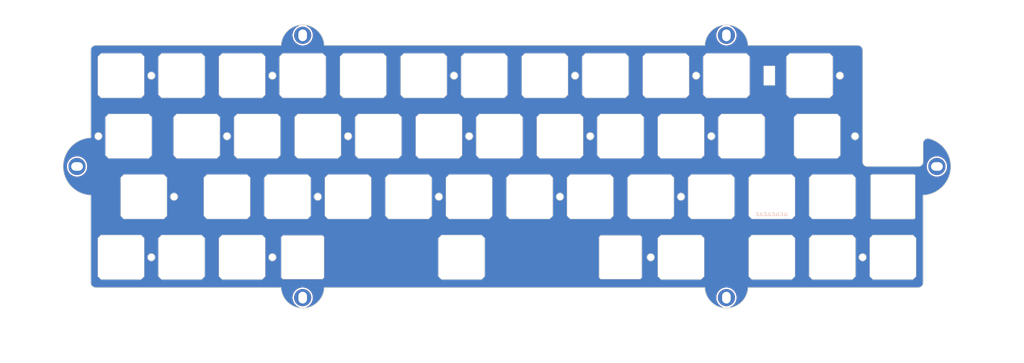
<source format=kicad_pcb>
(kicad_pcb (version 20221018) (generator pcbnew)
  (layers (0 "F.Cu" signal) (31 "B.Cu" signal) (34 "B.Paste" user) (35 "F.Paste" user) (36 "B.SilkS" user "B.Silkscreen") (37 "F.SilkS" user "F.Silkscreen") (38 "B.Mask" user) (39 "F.Mask" user) (44 "Edge.Cuts" user))
  (net 0 "")
  (net 1 "GND")
  (footprint "cipulot_parts:ecs_plate_cut_1U" (layer "F.Cu") (at 243.68125 51.59375)
    (fp_text reference "REF**")
    (fp_text value "Value " hide)
    (fp_line (start -7.3 -6) (end -7.3 6) (stroke (width 0.12)) (layer "Edge.Cuts"))
    (fp_line (start -7.3 6) (end -6.3 7) (stroke (width 0.12)) (layer "Edge.Cuts"))
    (fp_line (start -6.3 -7) (end -7.3 -6) (stroke (width 0.12)) (layer "Edge.Cuts"))
    (fp_line (start -6.3 7) (end 6.3 7) (stroke (width 0.12)) (layer "Edge.Cuts"))
    (fp_line (start 6.3 -7) (end -6.3 -7) (stroke (width 0.12)) (layer "Edge.Cuts"))
    (fp_line (start 6.3 -7) (end 7.3 -6) (stroke (width 0.12)) (layer "Edge.Cuts"))
    (fp_line (start 6.3 7) (end 7.3 6) (stroke (width 0.12)) (layer "Edge.Cuts"))
    (fp_line (start 7.3 6) (end 7.3 -6) (stroke (width 0.12)) (layer "Edge.Cuts"))
  )
  (footprint "" (layer "F.Cu") (at 217.4875 121.44375)
    (fp_text reference "" (at 0 0) (layer "F.SilkS") (effects (font (size 1.27 1.27))))
    (fp_text value "" (at 0 0) (layer "F.SilkS") (effects (font (size 1.27 1.27))))
    (pad "1" thru_hole circle (at 0 0) (size 5.4 5.4) (drill oval 2.7 3.7) (layers "*.Cu" "*.Mask"))
  )
  (footprint "cipulot_parts:ecs_plate_cut_1U" (layer "F.Cu") (at 88.9 70.64375)
    (fp_text reference "REF**")
    (fp_text value "Value " hide)
    (fp_line (start -7.3 -6) (end -7.3 6) (stroke (width 0.12)) (layer "Edge.Cuts"))
    (fp_line (start -7.3 6) (end -6.3 7) (stroke (width 0.12)) (layer "Edge.Cuts"))
    (fp_line (start -6.3 -7) (end -7.3 -6) (stroke (width 0.12)) (layer "Edge.Cuts"))
    (fp_line (start -6.3 7) (end 6.3 7) (stroke (width 0.12)) (layer "Edge.Cuts"))
    (fp_line (start 6.3 -7) (end -6.3 -7) (stroke (width 0.12)) (layer "Edge.Cuts"))
    (fp_line (start 6.3 -7) (end 7.3 -6) (stroke (width 0.12)) (layer "Edge.Cuts"))
    (fp_line (start 6.3 7) (end 7.3 6) (stroke (width 0.12)) (layer "Edge.Cuts"))
    (fp_line (start 7.3 6) (end 7.3 -6) (stroke (width 0.12)) (layer "Edge.Cuts"))
  )
  (footprint "cipulot_parts:ecs_plate_cut_1U" (layer "F.Cu") (at 165.1 70.64375)
    (fp_text reference "REF**")
    (fp_text value "Value " hide)
    (fp_line (start -7.3 -6) (end -7.3 6) (stroke (width 0.12)) (layer "Edge.Cuts"))
    (fp_line (start -7.3 6) (end -6.3 7) (stroke (width 0.12)) (layer "Edge.Cuts"))
    (fp_line (start -6.3 -7) (end -7.3 -6) (stroke (width 0.12)) (layer "Edge.Cuts"))
    (fp_line (start -6.3 7) (end 6.3 7) (stroke (width 0.12)) (layer "Edge.Cuts"))
    (fp_line (start 6.3 -7) (end -6.3 -7) (stroke (width 0.12)) (layer "Edge.Cuts"))
    (fp_line (start 6.3 -7) (end 7.3 -6) (stroke (width 0.12)) (layer "Edge.Cuts"))
    (fp_line (start 6.3 7) (end 7.3 6) (stroke (width 0.12)) (layer "Edge.Cuts"))
    (fp_line (start 7.3 6) (end 7.3 -6) (stroke (width 0.12)) (layer "Edge.Cuts"))
  )
  (footprint "cipulot_parts:ecs_plate_cut_1U" (layer "F.Cu") (at 29.36875 70.64375)
    (fp_text reference "REF**")
    (fp_text value "Value " hide)
    (fp_line (start -7.3 -6) (end -7.3 6) (stroke (width 0.12)) (layer "Edge.Cuts"))
    (fp_line (start -7.3 6) (end -6.3 7) (stroke (width 0.12)) (layer "Edge.Cuts"))
    (fp_line (start -6.3 -7) (end -7.3 -6) (stroke (width 0.12)) (layer "Edge.Cuts"))
    (fp_line (start -6.3 7) (end 6.3 7) (stroke (width 0.12)) (layer "Edge.Cuts"))
    (fp_line (start 6.3 -7) (end -6.3 -7) (stroke (width 0.12)) (layer "Edge.Cuts"))
    (fp_line (start 6.3 -7) (end 7.3 -6) (stroke (width 0.12)) (layer "Edge.Cuts"))
    (fp_line (start 6.3 7) (end 7.3 6) (stroke (width 0.12)) (layer "Edge.Cuts"))
    (fp_line (start 7.3 6) (end 7.3 -6) (stroke (width 0.12)) (layer "Edge.Cuts"))
  )
  (footprint "cipulot_parts:ecs_plate_cut_1U" (layer "F.Cu") (at 46.0375 51.59375)
    (fp_text reference "REF**")
    (fp_text value "Value " hide)
    (fp_line (start -7.3 -6) (end -7.3 6) (stroke (width 0.12)) (layer "Edge.Cuts"))
    (fp_line (start -7.3 6) (end -6.3 7) (stroke (width 0.12)) (layer "Edge.Cuts"))
    (fp_line (start -6.3 -7) (end -7.3 -6) (stroke (width 0.12)) (layer "Edge.Cuts"))
    (fp_line (start -6.3 7) (end 6.3 7) (stroke (width 0.12)) (layer "Edge.Cuts"))
    (fp_line (start 6.3 -7) (end -6.3 -7) (stroke (width 0.12)) (layer "Edge.Cuts"))
    (fp_line (start 6.3 -7) (end 7.3 -6) (stroke (width 0.12)) (layer "Edge.Cuts"))
    (fp_line (start 6.3 7) (end 7.3 6) (stroke (width 0.12)) (layer "Edge.Cuts"))
    (fp_line (start 7.3 6) (end 7.3 -6) (stroke (width 0.12)) (layer "Edge.Cuts"))
  )
  (footprint "" (layer "F.Cu") (at 283.731249 80.168749)
    (fp_text reference "" (at 0 0) (layer "F.SilkS") (effects (font (size 1.27 1.27))))
    (fp_text value "" (at 0 0) (layer "F.SilkS") (effects (font (size 1.27 1.27))))
    (pad "1" thru_hole circle (at 0 0 90) (size 5.4 5.4) (drill oval 2.7 3.7) (layers "*.Cu" "*.Mask"))
  )
  (footprint "cipulot_parts:ecs_plate_cut_1U" (layer "F.Cu") (at 212.725 89.69375)
    (fp_text reference "REF**")
    (fp_text value "Value " hide)
    (fp_line (start -7.3 -6) (end -7.3 6) (stroke (width 0.12)) (layer "Edge.Cuts"))
    (fp_line (start -7.3 6) (end -6.3 7) (stroke (width 0.12)) (layer "Edge.Cuts"))
    (fp_line (start -6.3 -7) (end -7.3 -6) (stroke (width 0.12)) (layer "Edge.Cuts"))
    (fp_line (start -6.3 7) (end 6.3 7) (stroke (width 0.12)) (layer "Edge.Cuts"))
    (fp_line (start 6.3 -7) (end -6.3 -7) (stroke (width 0.12)) (layer "Edge.Cuts"))
    (fp_line (start 6.3 -7) (end 7.3 -6) (stroke (width 0.12)) (layer "Edge.Cuts"))
    (fp_line (start 6.3 7) (end 7.3 6) (stroke (width 0.12)) (layer "Edge.Cuts"))
    (fp_line (start 7.3 6) (end 7.3 -6) (stroke (width 0.12)) (layer "Edge.Cuts"))
  )
  (footprint "cipulot_parts:ecs_plate_cut_1U" (layer "F.Cu") (at 146.05 70.64375)
    (fp_text reference "REF**")
    (fp_text value "Value " hide)
    (fp_line (start -7.3 -6) (end -7.3 6) (stroke (width 0.12)) (layer "Edge.Cuts"))
    (fp_line (start -7.3 6) (end -6.3 7) (stroke (width 0.12)) (layer "Edge.Cuts"))
    (fp_line (start -6.3 -7) (end -7.3 -6) (stroke (width 0.12)) (layer "Edge.Cuts"))
    (fp_line (start -6.3 7) (end 6.3 7) (stroke (width 0.12)) (layer "Edge.Cuts"))
    (fp_line (start 6.3 -7) (end -6.3 -7) (stroke (width 0.12)) (layer "Edge.Cuts"))
    (fp_line (start 6.3 -7) (end 7.3 -6) (stroke (width 0.12)) (layer "Edge.Cuts"))
    (fp_line (start 6.3 7) (end 7.3 6) (stroke (width 0.12)) (layer "Edge.Cuts"))
    (fp_line (start 7.3 6) (end 7.3 -6) (stroke (width 0.12)) (layer "Edge.Cuts"))
  )
  (footprint "cipulot_parts:ecs_plate_cut_1U" (layer "F.Cu") (at 217.4875 51.59375)
    (fp_text reference "REF**")
    (fp_text value "Value " hide)
    (fp_line (start -7.3 -6) (end -7.3 6) (stroke (width 0.12)) (layer "Edge.Cuts"))
    (fp_line (start -7.3 6) (end -6.3 7) (stroke (width 0.12)) (layer "Edge.Cuts"))
    (fp_line (start -6.3 -7) (end -7.3 -6) (stroke (width 0.12)) (layer "Edge.Cuts"))
    (fp_line (start -6.3 7) (end 6.3 7) (stroke (width 0.12)) (layer "Edge.Cuts"))
    (fp_line (start 6.3 -7) (end -6.3 -7) (stroke (width 0.12)) (layer "Edge.Cuts"))
    (fp_line (start 6.3 -7) (end 7.3 -6) (stroke (width 0.12)) (layer "Edge.Cuts"))
    (fp_line (start 6.3 7) (end 7.3 6) (stroke (width 0.12)) (layer "Edge.Cuts"))
    (fp_line (start 7.3 6) (end 7.3 -6) (stroke (width 0.12)) (layer "Edge.Cuts"))
  )
  (footprint "cipulot_parts:ecs_plate_cut_1U" (layer "F.Cu") (at 46.0375 108.74375)
    (fp_text reference "REF**")
    (fp_text value "Value " hide)
    (fp_line (start -7.3 -6) (end -7.3 6) (stroke (width 0.12)) (layer "Edge.Cuts"))
    (fp_line (start -7.3 6) (end -6.3 7) (stroke (width 0.12)) (layer "Edge.Cuts"))
    (fp_line (start -6.3 -7) (end -7.3 -6) (stroke (width 0.12)) (layer "Edge.Cuts"))
    (fp_line (start -6.3 7) (end 6.3 7) (stroke (width 0.12)) (layer "Edge.Cuts"))
    (fp_line (start 6.3 -7) (end -6.3 -7) (stroke (width 0.12)) (layer "Edge.Cuts"))
    (fp_line (start 6.3 -7) (end 7.3 -6) (stroke (width 0.12)) (layer "Edge.Cuts"))
    (fp_line (start 6.3 7) (end 7.3 6) (stroke (width 0.12)) (layer "Edge.Cuts"))
    (fp_line (start 7.3 6) (end 7.3 -6) (stroke (width 0.12)) (layer "Edge.Cuts"))
  )
  (footprint "cipulot_parts:ecs_6.25U_space_stab" (layer "F.Cu") (at 134.14375 108.74375 180)
    (fp_text reference "REF**")
    (fp_text value "Value " hide)
  )
  (footprint "cipulot_parts:ecs_plate_cut_1U" (layer "F.Cu") (at 127 70.64375)
    (fp_text reference "REF**")
    (fp_text value "Value " hide)
    (fp_line (start -7.3 -6) (end -7.3 6) (stroke (width 0.12)) (layer "Edge.Cuts"))
    (fp_line (start -7.3 6) (end -6.3 7) (stroke (width 0.12)) (layer "Edge.Cuts"))
    (fp_line (start -6.3 -7) (end -7.3 -6) (stroke (width 0.12)) (layer "Edge.Cuts"))
    (fp_line (start -6.3 7) (end 6.3 7) (stroke (width 0.12)) (layer "Edge.Cuts"))
    (fp_line (start 6.3 -7) (end -6.3 -7) (stroke (width 0.12)) (layer "Edge.Cuts"))
    (fp_line (start 6.3 -7) (end 7.3 -6) (stroke (width 0.12)) (layer "Edge.Cuts"))
    (fp_line (start 6.3 7) (end 7.3 6) (stroke (width 0.12)) (layer "Edge.Cuts"))
    (fp_line (start 7.3 6) (end 7.3 -6) (stroke (width 0.12)) (layer "Edge.Cuts"))
  )
  (footprint "cipulot_parts:ecs_plate_cut_1U" (layer "F.Cu") (at 174.625 89.69375)
    (fp_text reference "REF**")
    (fp_text value "Value " hide)
    (fp_line (start -7.3 -6) (end -7.3 6) (stroke (width 0.12)) (layer "Edge.Cuts"))
    (fp_line (start -7.3 6) (end -6.3 7) (stroke (width 0.12)) (layer "Edge.Cuts"))
    (fp_line (start -6.3 -7) (end -7.3 -6) (stroke (width 0.12)) (layer "Edge.Cuts"))
    (fp_line (start -6.3 7) (end 6.3 7) (stroke (width 0.12)) (layer "Edge.Cuts"))
    (fp_line (start 6.3 -7) (end -6.3 -7) (stroke (width 0.12)) (layer "Edge.Cuts"))
    (fp_line (start 6.3 -7) (end 7.3 -6) (stroke (width 0.12)) (layer "Edge.Cuts"))
    (fp_line (start 6.3 7) (end 7.3 6) (stroke (width 0.12)) (layer "Edge.Cuts"))
    (fp_line (start 7.3 6) (end 7.3 -6) (stroke (width 0.12)) (layer "Edge.Cuts"))
  )
  (footprint "cipulot_parts:ecs_plate_cut_1U" (layer "F.Cu") (at 231.775 89.69375)
    (fp_text reference "REF**")
    (fp_text value "Value " hide)
    (fp_line (start -7.3 -6) (end -7.3 6) (stroke (width 0.12)) (layer "Edge.Cuts"))
    (fp_line (start -7.3 6) (end -6.3 7) (stroke (width 0.12)) (layer "Edge.Cuts"))
    (fp_line (start -6.3 -7) (end -7.3 -6) (stroke (width 0.12)) (layer "Edge.Cuts"))
    (fp_line (start -6.3 7) (end 6.3 7) (stroke (width 0.12)) (layer "Edge.Cuts"))
    (fp_line (start 6.3 -7) (end -6.3 -7) (stroke (width 0.12)) (layer "Edge.Cuts"))
    (fp_line (start 6.3 -7) (end 7.3 -6) (stroke (width 0.12)) (layer "Edge.Cuts"))
    (fp_line (start 6.3 7) (end 7.3 6) (stroke (width 0.12)) (layer "Edge.Cuts"))
    (fp_line (start 7.3 6) (end 7.3 -6) (stroke (width 0.12)) (layer "Edge.Cuts"))
  )
  (footprint "cipulot_parts:ecs_plate_cut_1U" (layer "F.Cu") (at 203.2 108.74375)
    (fp_text reference "REF**")
    (fp_text value "Value " hide)
    (fp_line (start -7.3 -6) (end -7.3 6) (stroke (width 0.12)) (layer "Edge.Cuts"))
    (fp_line (start -7.3 6) (end -6.3 7) (stroke (width 0.12)) (layer "Edge.Cuts"))
    (fp_line (start -6.3 -7) (end -7.3 -6) (stroke (width 0.12)) (layer "Edge.Cuts"))
    (fp_line (start -6.3 7) (end 6.3 7) (stroke (width 0.12)) (layer "Edge.Cuts"))
    (fp_line (start 6.3 -7) (end -6.3 -7) (stroke (width 0.12)) (layer "Edge.Cuts"))
    (fp_line (start 6.3 -7) (end 7.3 -6) (stroke (width 0.12)) (layer "Edge.Cuts"))
    (fp_line (start 6.3 7) (end 7.3 6) (stroke (width 0.12)) (layer "Edge.Cuts"))
    (fp_line (start 7.3 6) (end 7.3 -6) (stroke (width 0.12)) (layer "Edge.Cuts"))
  )
  (footprint "cipulot_parts:ecs_plate_cut_1U" (layer "F.Cu") (at 26.9875 108.74375)
    (fp_text reference "REF**")
    (fp_text value "Value " hide)
    (fp_line (start -7.3 -6) (end -7.3 6) (stroke (width 0.12)) (layer "Edge.Cuts"))
    (fp_line (start -7.3 6) (end -6.3 7) (stroke (width 0.12)) (layer "Edge.Cuts"))
    (fp_line (start -6.3 -7) (end -7.3 -6) (stroke (width 0.12)) (layer "Edge.Cuts"))
    (fp_line (start -6.3 7) (end 6.3 7) (stroke (width 0.12)) (layer "Edge.Cuts"))
    (fp_line (start 6.3 -7) (end -6.3 -7) (stroke (width 0.12)) (layer "Edge.Cuts"))
    (fp_line (start 6.3 -7) (end 7.3 -6) (stroke (width 0.12)) (layer "Edge.Cuts"))
    (fp_line (start 6.3 7) (end 7.3 6) (stroke (width 0.12)) (layer "Edge.Cuts"))
    (fp_line (start 7.3 6) (end 7.3 -6) (stroke (width 0.12)) (layer "Edge.Cuts"))
  )
  (footprint "" (layer "F.Cu") (at 13.13125 80.16875)
    (fp_text reference "" (at 0 0) (layer "F.SilkS") (effects (font (size 1.27 1.27))))
    (fp_text value "" (at 0 0) (layer "F.SilkS") (effects (font (size 1.27 1.27))))
    (pad "1" thru_hole circle (at 0 0 90) (size 5.4 5.4) (drill oval 2.7 3.7) (layers "*.Cu" "*.Mask"))
  )
  (footprint "cipulot_parts:ecs_plate_cut_1U" (layer "F.Cu") (at 250.825 108.74375)
    (fp_text reference "REF**")
    (fp_text value "Value " hide)
    (fp_line (start -7.3 -6) (end -7.3 6) (stroke (width 0.12)) (layer "Edge.Cuts"))
    (fp_line (start -7.3 6) (end -6.3 7) (stroke (width 0.12)) (layer "Edge.Cuts"))
    (fp_line (start -6.3 -7) (end -7.3 -6) (stroke (width 0.12)) (layer "Edge.Cuts"))
    (fp_line (start -6.3 7) (end 6.3 7) (stroke (width 0.12)) (layer "Edge.Cuts"))
    (fp_line (start 6.3 -7) (end -6.3 -7) (stroke (width 0.12)) (layer "Edge.Cuts"))
    (fp_line (start 6.3 -7) (end 7.3 -6) (stroke (width 0.12)) (layer "Edge.Cuts"))
    (fp_line (start 6.3 7) (end 7.3 6) (stroke (width 0.12)) (layer "Edge.Cuts"))
    (fp_line (start 7.3 6) (end 7.3 -6) (stroke (width 0.12)) (layer "Edge.Cuts"))
  )
  (footprint "cipulot_parts:ecs_plate_cut_1U" (layer "F.Cu") (at 193.675 89.69375)
    (fp_text reference "REF**")
    (fp_text value "Value " hide)
    (fp_line (start -7.3 -6) (end -7.3 6) (stroke (width 0.12)) (layer "Edge.Cuts"))
    (fp_line (start -7.3 6) (end -6.3 7) (stroke (width 0.12)) (layer "Edge.Cuts"))
    (fp_line (start -6.3 -7) (end -7.3 -6) (stroke (width 0.12)) (layer "Edge.Cuts"))
    (fp_line (start -6.3 7) (end 6.3 7) (stroke (width 0.12)) (layer "Edge.Cuts"))
    (fp_line (start 6.3 -7) (end -6.3 -7) (stroke (width 0.12)) (layer "Edge.Cuts"))
    (fp_line (start 6.3 -7) (end 7.3 -6) (stroke (width 0.12)) (layer "Edge.Cuts"))
    (fp_line (start 6.3 7) (end 7.3 6) (stroke (width 0.12)) (layer "Edge.Cuts"))
    (fp_line (start 7.3 6) (end 7.3 -6) (stroke (width 0.12)) (layer "Edge.Cuts"))
  )
  (footprint "cipulot_parts:ecs_plate_cut_1U" (layer "F.Cu") (at 65.0875 51.59375)
    (fp_text reference "REF**")
    (fp_text value "Value " hide)
    (fp_line (start -7.3 -6) (end -7.3 6) (stroke (width 0.12)) (layer "Edge.Cuts"))
    (fp_line (start -7.3 6) (end -6.3 7) (stroke (width 0.12)) (layer "Edge.Cuts"))
    (fp_line (start -6.3 -7) (end -7.3 -6) (stroke (width 0.12)) (layer "Edge.Cuts"))
    (fp_line (start -6.3 7) (end 6.3 7) (stroke (width 0.12)) (layer "Edge.Cuts"))
    (fp_line (start 6.3 -7) (end -6.3 -7) (stroke (width 0.12)) (layer "Edge.Cuts"))
    (fp_line (start 6.3 -7) (end 7.3 -6) (stroke (width 0.12)) (layer "Edge.Cuts"))
    (fp_line (start 6.3 7) (end 7.3 6) (stroke (width 0.12)) (layer "Edge.Cuts"))
    (fp_line (start 7.3 6) (end 7.3 -6) (stroke (width 0.12)) (layer "Edge.Cuts"))
  )
  (footprint "cipulot_parts:ecs_plate_cut_1U" (layer "F.Cu") (at 179.3875 51.59375)
    (fp_text reference "REF**")
    (fp_text value "Value " hide)
    (fp_line (start -7.3 -6) (end -7.3 6) (stroke (width 0.12)) (layer "Edge.Cuts"))
    (fp_line (start -7.3 6) (end -6.3 7) (stroke (width 0.12)) (layer "Edge.Cuts"))
    (fp_line (start -6.3 -7) (end -7.3 -6) (stroke (width 0.12)) (layer "Edge.Cuts"))
    (fp_line (start -6.3 7) (end 6.3 7) (stroke (width 0.12)) (layer "Edge.Cuts"))
    (fp_line (start 6.3 -7) (end -6.3 -7) (stroke (width 0.12)) (layer "Edge.Cuts"))
    (fp_line (start 6.3 -7) (end 7.3 -6) (stroke (width 0.12)) (layer "Edge.Cuts"))
    (fp_line (start 6.3 7) (end 7.3 6) (stroke (width 0.12)) (layer "Edge.Cuts"))
    (fp_line (start 7.3 6) (end 7.3 -6) (stroke (width 0.12)) (layer "Edge.Cuts"))
  )
  (footprint "cipulot_parts:ecs_plate_cut_1U" (layer "F.Cu") (at 222.25 70.64375)
    (fp_text reference "REF**")
    (fp_text value "Value " hide)
    (fp_line (start -7.3 -6) (end -7.3 6) (stroke (width 0.12)) (layer "Edge.Cuts"))
    (fp_line (start -7.3 6) (end -6.3 7) (stroke (width 0.12)) (layer "Edge.Cuts"))
    (fp_line (start -6.3 -7) (end -7.3 -6) (stroke (width 0.12)) (layer "Edge.Cuts"))
    (fp_line (start -6.3 7) (end 6.3 7) (stroke (width 0.12)) (layer "Edge.Cuts"))
    (fp_line (start 6.3 -7) (end -6.3 -7) (stroke (width 0.12)) (layer "Edge.Cuts"))
    (fp_line (start 6.3 -7) (end 7.3 -6) (stroke (width 0.12)) (layer "Edge.Cuts"))
    (fp_line (start 6.3 7) (end 7.3 6) (stroke (width 0.12)) (layer "Edge.Cuts"))
    (fp_line (start 7.3 6) (end 7.3 -6) (stroke (width 0.12)) (layer "Edge.Cuts"))
  )
  (footprint "cipulot_parts:ecs_plate_cut_1U" (layer "F.Cu") (at 34.13125 89.69375)
    (fp_text reference "REF**")
    (fp_text value "Value " hide)
    (fp_line (start -7.3 -6) (end -7.3 6) (stroke (width 0.12)) (layer "Edge.Cuts"))
    (fp_line (start -7.3 6) (end -6.3 7) (stroke (width 0.12)) (layer "Edge.Cuts"))
    (fp_line (start -6.3 -7) (end -7.3 -6) (stroke (width 0.12)) (layer "Edge.Cuts"))
    (fp_line (start -6.3 7) (end 6.3 7) (stroke (width 0.12)) (layer "Edge.Cuts"))
    (fp_line (start 6.3 -7) (end -6.3 -7) (stroke (width 0.12)) (layer "Edge.Cuts"))
    (fp_line (start 6.3 -7) (end 7.3 -6) (stroke (width 0.12)) (layer "Edge.Cuts"))
    (fp_line (start 6.3 7) (end 7.3 6) (stroke (width 0.12)) (layer "Edge.Cuts"))
    (fp_line (start 7.3 6) (end 7.3 -6) (stroke (width 0.12)) (layer "Edge.Cuts"))
  )
  (footprint "cipulot_parts:ecs_plate_cut_1U" (layer "F.Cu") (at 198.4375 51.59375)
    (fp_text reference "REF**")
    (fp_text value "Value " hide)
    (fp_line (start -7.3 -6) (end -7.3 6) (stroke (width 0.12)) (layer "Edge.Cuts"))
    (fp_line (start -7.3 6) (end -6.3 7) (stroke (width 0.12)) (layer "Edge.Cuts"))
    (fp_line (start -6.3 -7) (end -7.3 -6) (stroke (width 0.12)) (layer "Edge.Cuts"))
    (fp_line (start -6.3 7) (end 6.3 7) (stroke (width 0.12)) (layer "Edge.Cuts"))
    (fp_line (start 6.3 -7) (end -6.3 -7) (stroke (width 0.12)) (layer "Edge.Cuts"))
    (fp_line (start 6.3 -7) (end 7.3 -6) (stroke (width 0.12)) (layer "Edge.Cuts"))
    (fp_line (start 6.3 7) (end 7.3 6) (stroke (width 0.12)) (layer "Edge.Cuts"))
    (fp_line (start 7.3 6) (end 7.3 -6) (stroke (width 0.12)) (layer "Edge.Cuts"))
  )
  (footprint "" (layer "F.Cu") (at 84.137499 121.44375)
    (fp_text reference "" (at 0 0) (layer "F.SilkS") (effects (font (size 1.27 1.27))))
    (fp_text value "" (at 0 0) (layer "F.SilkS") (effects (font (size 1.27 1.27))))
    (pad "1" thru_hole circle (at 0 0) (size 5.4 5.4) (drill oval 2.7 3.7) (layers "*.Cu" "*.Mask"))
  )
  (footprint "cipulot_parts:ecs_plate_cut_1U" (layer "F.Cu") (at 26.9875 51.59375)
    (fp_text reference "REF**")
    (fp_text value "Value " hide)
    (fp_line (start -7.3 -6) (end -7.3 6) (stroke (width 0.12)) (layer "Edge.Cuts"))
    (fp_line (start -7.3 6) (end -6.3 7) (stroke (width 0.12)) (layer "Edge.Cuts"))
    (fp_line (start -6.3 -7) (end -7.3 -6) (stroke (width 0.12)) (layer "Edge.Cuts"))
    (fp_line (start -6.3 7) (end 6.3 7) (stroke (width 0.12)) (layer "Edge.Cuts"))
    (fp_line (start 6.3 -7) (end -6.3 -7) (stroke (width 0.12)) (layer "Edge.Cuts"))
    (fp_line (start 6.3 -7) (end 7.3 -6) (stroke (width 0.12)) (layer "Edge.Cuts"))
    (fp_line (start 6.3 7) (end 7.3 6) (stroke (width 0.12)) (layer "Edge.Cuts"))
    (fp_line (start 7.3 6) (end 7.3 -6) (stroke (width 0.12)) (layer "Edge.Cuts"))
  )
  (footprint "cipulot_parts:ecs_plate_cut_6.25U_space_stab" (layer "F.Cu") (at 134.14375 108.74375)
    (fp_text reference "REF**")
    (fp_text value "Value " hide)
    (fp_line (start -56.7375 -6.3635) (end -56.7375 6.3635) (stroke (width 0.12)) (layer "Edge.Cuts"))
    (fp_line (start -56.7375 6.3635) (end -56.2305 6.8705) (stroke (width 0.12)) (layer "Edge.Cuts"))
    (fp_line (start -56.2305 -6.8705) (end -56.7375 -6.3635) (stroke (width 0.12)) (layer "Edge.Cuts"))
    (fp_line (start -56.2305 6.8705) (end -43.7825 6.8705) (stroke (width 0.12)) (layer "Edge.Cuts"))
    (fp_line (start -43.7825 -6.8705) (end -56.2305 -6.8705) (stroke (width 0.12)) (layer "Edge.Cuts"))
    (fp_line (start -43.7825 6.8705) (end -43.2755 6.3635) (stroke (width 0.12)) (layer "Edge.Cuts"))
    (fp_line (start -43.2755 -6.3635) (end -43.7825 -6.8705) (stroke (width 0.12)) (layer "Edge.Cuts"))
    (fp_line (start -43.2755 6.3635) (end -43.2755 -6.3635) (stroke (width 0.12)) (layer "Edge.Cuts"))
    (fp_line (start 43.2755 -6.3635) (end 43.2755 6.3635) (stroke (width 0.12)) (layer "Edge.Cuts"))
    (fp_line (start 43.2755 -6.3635) (end 43.7755 -6.8705) (stroke (width 0.12)) (layer "Edge.Cuts"))
    (fp_line (start 43.2755 6.3635) (end 43.7825 6.8705) (stroke (width 0.12)) (layer "Edge.Cuts"))
    (fp_line (start 43.7755 -6.8705) (end 56.2375 -6.8705) (stroke (width 0.12)) (layer "Edge.Cuts"))
    (fp_line (start 43.7825 6.8705) (end 56.2305 6.8705) (stroke (width 0.12)) (layer "Edge.Cuts"))
    (fp_line (start 56.2305 6.8705) (end 56.7375 6.3635) (stroke (width 0.12)) (layer "Edge.Cuts"))
    (fp_line (start 56.2375 -6.8705) (end 56.7375 -6.3635) (stroke (width 0.12)) (layer "Edge.Cuts"))
    (fp_line (start 56.7375 6.3635) (end 56.7375 -6.3635) (stroke (width 0.12)) (layer "Edge.Cuts"))
  )
  (footprint "cipulot_parts:ecs_plate_cut_1U" (layer "F.Cu") (at 50.8 70.64375)
    (fp_text reference "REF**")
    (fp_text value "Value " hide)
    (fp_line (start -7.3 -6) (end -7.3 6) (stroke (width 0.12)) (layer "Edge.Cuts"))
    (fp_line (start -7.3 6) (end -6.3 7) (stroke (width 0.12)) (layer "Edge.Cuts"))
    (fp_line (start -6.3 -7) (end -7.3 -6) (stroke (width 0.12)) (layer "Edge.Cuts"))
    (fp_line (start -6.3 7) (end 6.3 7) (stroke (width 0.12)) (layer "Edge.Cuts"))
    (fp_line (start 6.3 -7) (end -6.3 -7) (stroke (width 0.12)) (layer "Edge.Cuts"))
    (fp_line (start 6.3 -7) (end 7.3 -6) (stroke (width 0.12)) (layer "Edge.Cuts"))
    (fp_line (start 6.3 7) (end 7.3 6) (stroke (width 0.12)) (layer "Edge.Cuts"))
    (fp_line (start 7.3 6) (end 7.3 -6) (stroke (width 0.12)) (layer "Edge.Cuts"))
  )
  (footprint "cipulot_parts:ecs_plate_cut_1U" (layer "F.Cu") (at 134.14375 108.74375)
    (fp_text reference "REF**")
    (fp_text value "Value " hide)
    (fp_line (start -7.3 -6) (end -7.3 6) (stroke (width 0.12)) (layer "Edge.Cuts"))
    (fp_line (start -7.3 6) (end -6.3 7) (stroke (width 0.12)) (layer "Edge.Cuts"))
    (fp_line (start -6.3 -7) (end -7.3 -6) (stroke (width 0.12)) (layer "Edge.Cuts"))
    (fp_line (start -6.3 7) (end 6.3 7) (stroke (width 0.12)) (layer "Edge.Cuts"))
    (fp_line (start 6.3 -7) (end -6.3 -7) (stroke (width 0.12)) (layer "Edge.Cuts"))
    (fp_line (start 6.3 -7) (end 7.3 -6) (stroke (width 0.12)) (layer "Edge.Cuts"))
    (fp_line (start 6.3 7) (end 7.3 6) (stroke (width 0.12)) (layer "Edge.Cuts"))
    (fp_line (start 7.3 6) (end 7.3 -6) (stroke (width 0.12)) (layer "Edge.Cuts"))
  )
  (footprint "cipulot_parts:ecs_plate_cut_1U" (layer "F.Cu") (at 269.875 108.74375)
    (fp_text reference "REF**")
    (fp_text value "Value " hide)
    (fp_line (start -7.3 -6) (end -7.3 6) (stroke (width 0.12)) (layer "Edge.Cuts"))
    (fp_line (start -7.3 6) (end -6.3 7) (stroke (width 0.12)) (layer "Edge.Cuts"))
    (fp_line (start -6.3 -7) (end -7.3 -6) (stroke (width 0.12)) (layer "Edge.Cuts"))
    (fp_line (start -6.3 7) (end 6.3 7) (stroke (width 0.12)) (layer "Edge.Cuts"))
    (fp_line (start 6.3 -7) (end -6.3 -7) (stroke (width 0.12)) (layer "Edge.Cuts"))
    (fp_line (start 6.3 -7) (end 7.3 -6) (stroke (width 0.12)) (layer "Edge.Cuts"))
    (fp_line (start 6.3 7) (end 7.3 6) (stroke (width 0.12)) (layer "Edge.Cuts"))
    (fp_line (start 7.3 6) (end 7.3 -6) (stroke (width 0.12)) (layer "Edge.Cuts"))
  )
  (footprint "" (layer "F.Cu") (at 217.4875 38.893751)
    (fp_text reference "" (at 0 0) (layer "F.SilkS") (effects (font (size 1.27 1.27))))
    (fp_text value "" (at 0 0) (layer "F.SilkS") (effects (font (size 1.27 1.27))))
    (pad "1" thru_hole circle (at 0 0) (size 5.4 5.4) (drill oval 2.7 3.7) (layers "*.Cu" "*.Mask"))
  )
  (footprint "cipulot_parts:ecs_plate_cut_1U" (layer "F.Cu") (at 250.825 89.69375)
    (fp_text reference "REF**")
    (fp_text value "Value " hide)
    (fp_line (start -7.3 -6) (end -7.3 6) (stroke (width 0.12)) (layer "Edge.Cuts"))
    (fp_line (start -7.3 6) (end -6.3 7) (stroke (width 0.12)) (layer "Edge.Cuts"))
    (fp_line (start -6.3 -7) (end -7.3 -6) (stroke (width 0.12)) (layer "Edge.Cuts"))
    (fp_line (start -6.3 7) (end 6.3 7) (stroke (width 0.12)) (layer "Edge.Cuts"))
    (fp_line (start 6.3 -7) (end -6.3 -7) (stroke (width 0.12)) (layer "Edge.Cuts"))
    (fp_line (start 6.3 -7) (end 7.3 -6) (stroke (width 0.12)) (layer "Edge.Cuts"))
    (fp_line (start 6.3 7) (end 7.3 6) (stroke (width 0.12)) (layer "Edge.Cuts"))
    (fp_line (start 7.3 6) (end 7.3 -6) (stroke (width 0.12)) (layer "Edge.Cuts"))
  )
  (footprint "cipulot_parts:ecs_plate_cut_1U" (layer "F.Cu") (at 65.0875 108.74375)
    (fp_text reference "REF**")
    (fp_text value "Value " hide)
    (fp_line (start -7.3 -6) (end -7.3 6) (stroke (width 0.12)) (layer "Edge.Cuts"))
    (fp_line (start -7.3 6) (end -6.3 7) (stroke (width 0.12)) (layer "Edge.Cuts"))
    (fp_line (start -6.3 -7) (end -7.3 -6) (stroke (width 0.12)) (layer "Edge.Cuts"))
    (fp_line (start -6.3 7) (end 6.3 7) (stroke (width 0.12)) (layer "Edge.Cuts"))
    (fp_line (start 6.3 -7) (end -6.3 -7) (stroke (width 0.12)) (layer "Edge.Cuts"))
    (fp_line (start 6.3 -7) (end 7.3 -6) (stroke (width 0.12)) (layer "Edge.Cuts"))
    (fp_line (start 6.3 7) (end 7.3 6) (stroke (width 0.12)) (layer "Edge.Cuts"))
    (fp_line (start 7.3 6) (end 7.3 -6) (stroke (width 0.12)) (layer "Edge.Cuts"))
  )
  (footprint "cipulot_parts:ecs_plate_cut_1U" (layer "F.Cu") (at 69.85 70.64375)
    (fp_text reference "REF**")
    (fp_text value "Value " hide)
    (fp_line (start -7.3 -6) (end -7.3 6) (stroke (width 0.12)) (layer "Edge.Cuts"))
    (fp_line (start -7.3 6) (end -6.3 7) (stroke (width 0.12)) (layer "Edge.Cuts"))
    (fp_line (start -6.3 -7) (end -7.3 -6) (stroke (width 0.12)) (layer "Edge.Cuts"))
    (fp_line (start -6.3 7) (end 6.3 7) (stroke (width 0.12)) (layer "Edge.Cuts"))
    (fp_line (start 6.3 -7) (end -6.3 -7) (stroke (width 0.12)) (layer "Edge.Cuts"))
    (fp_line (start 6.3 -7) (end 7.3 -6) (stroke (width 0.12)) (layer "Edge.Cuts"))
    (fp_line (start 6.3 7) (end 7.3 6) (stroke (width 0.12)) (layer "Edge.Cuts"))
    (fp_line (start 7.3 6) (end 7.3 -6) (stroke (width 0.12)) (layer "Edge.Cuts"))
  )
  (footprint "cipulot_parts:ecs_plate_cut_1U" (layer "F.Cu") (at 160.3375 51.59375)
    (fp_text reference "REF**")
    (fp_text value "Value " hide)
    (fp_line (start -7.3 -6) (end -7.3 6) (stroke (width 0.12)) (layer "Edge.Cuts"))
    (fp_line (start -7.3 6) (end -6.3 7) (stroke (width 0.12)) (layer "Edge.Cuts"))
    (fp_line (start -6.3 -7) (end -7.3 -6) (stroke (width 0.12)) (layer "Edge.Cuts"))
    (fp_line (start -6.3 7) (end 6.3 7) (stroke (width 0.12)) (layer "Edge.Cuts"))
    (fp_line (start 6.3 -7) (end -6.3 -7) (stroke (width 0.12)) (layer "Edge.Cuts"))
    (fp_line (start 6.3 -7) (end 7.3 -6) (stroke (width 0.12)) (layer "Edge.Cuts"))
    (fp_line (start 6.3 7) (end 7.3 6) (stroke (width 0.12)) (layer "Edge.Cuts"))
    (fp_line (start 7.3 6) (end 7.3 -6) (stroke (width 0.12)) (layer "Edge.Cuts"))
  )
  (footprint "" (layer "F.Cu") (at 84.137499 38.89375)
    (fp_text reference "" (at 0 0) (layer "F.SilkS") (effects (font (size 1.27 1.27))))
    (fp_text value "" (at 0 0) (layer "F.SilkS") (effects (font (size 1.27 1.27))))
    (pad "1" thru_hole circle (at 0 0) (size 5.4 5.4) (drill oval 2.7 3.7) (layers "*.Cu" "*.Mask"))
  )
  (footprint "cipulot_parts:ecs_plate_cut_1U" (layer "F.Cu") (at 155.575 89.69375)
    (fp_text reference "REF**")
    (fp_text value "Value " hide)
    (fp_line (start -7.3 -6) (end -7.3 6) (stroke (width 0.12)) (layer "Edge.Cuts"))
    (fp_line (start -7.3 6) (end -6.3 7) (stroke (width 0.12)) (layer "Edge.Cuts"))
    (fp_line (start -6.3 -7) (end -7.3 -6) (stroke (width 0.12)) (layer "Edge.Cuts"))
    (fp_line (start -6.3 7) (end 6.3 7) (stroke (width 0.12)) (layer "Edge.Cuts"))
    (fp_line (start 6.3 -7) (end -6.3 -7) (stroke (width 0.12)) (layer "Edge.Cuts"))
    (fp_line (start 6.3 -7) (end 7.3 -6) (stroke (width 0.12)) (layer "Edge.Cuts"))
    (fp_line (start 6.3 7) (end 7.3 6) (stroke (width 0.12)) (layer "Edge.Cuts"))
    (fp_line (start 7.3 6) (end 7.3 -6) (stroke (width 0.12)) (layer "Edge.Cuts"))
  )
  (footprint "cipulot_parts:ecs_plate_cut_1U" (layer "F.Cu") (at 141.2875 51.59375)
    (fp_text reference "REF**")
    (fp_text value "Value " hide)
    (fp_line (start -7.3 -6) (end -7.3 6) (stroke (width 0.12)) (layer "Edge.Cuts"))
    (fp_line (start -7.3 6) (end -6.3 7) (stroke (width 0.12)) (layer "Edge.Cuts"))
    (fp_line (start -6.3 -7) (end -7.3 -6) (stroke (width 0.12)) (layer "Edge.Cuts"))
    (fp_line (start -6.3 7) (end 6.3 7) (stroke (width 0.12)) (layer "Edge.Cuts"))
    (fp_line (start 6.3 -7) (end -6.3 -7) (stroke (width 0.12)) (layer "Edge.Cuts"))
    (fp_line (start 6.3 -7) (end 7.3 -6) (stroke (width 0.12)) (layer "Edge.Cuts"))
    (fp_line (start 6.3 7) (end 7.3 6) (stroke (width 0.12)) (layer "Edge.Cuts"))
    (fp_line (start 7.3 6) (end 7.3 -6) (stroke (width 0.12)) (layer "Edge.Cuts"))
  )
  (footprint "cipulot_parts:ecs_plate_cut_1U" (layer "F.Cu") (at 246.0625 70.64375)
    (fp_text reference "REF**")
    (fp_text value "Value " hide)
    (fp_line (start -7.3 -6) (end -7.3 6) (stroke (width 0.12)) (layer "Edge.Cuts"))
    (fp_line (start -7.3 6) (end -6.3 7) (stroke (width 0.12)) (layer "Edge.Cuts"))
    (fp_line (start -6.3 -7) (end -7.3 -6) (stroke (width 0.12)) (layer "Edge.Cuts"))
    (fp_line (start -6.3 7) (end 6.3 7) (stroke (width 0.12)) (layer "Edge.Cuts"))
    (fp_line (start 6.3 -7) (end -6.3 -7) (stroke (width 0.12)) (layer "Edge.Cuts"))
    (fp_line (start 6.3 -7) (end 7.3 -6) (stroke (width 0.12)) (layer "Edge.Cuts"))
    (fp_line (start 6.3 7) (end 7.3 6) (stroke (width 0.12)) (layer "Edge.Cuts"))
    (fp_line (start 7.3 6) (end 7.3 -6) (stroke (width 0.12)) (layer "Edge.Cuts"))
  )
  (footprint "cipulot_parts:ecs_plate_cut_1U" (layer "F.Cu") (at 107.95 70.64375)
    (fp_text reference "REF**")
    (fp_text value "Value " hide)
    (fp_line (start -7.3 -6) (end -7.3 6) (stroke (width 0.12)) (layer "Edge.Cuts"))
    (fp_line (start -7.3 6) (end -6.3 7) (stroke (width 0.12)) (layer "Edge.Cuts"))
    (fp_line (start -6.3 -7) (end -7.3 -6) (stroke (width 0.12)) (layer "Edge.Cuts"))
    (fp_line (start -6.3 7) (end 6.3 7) (stroke (width 0.12)) (layer "Edge.Cuts"))
    (fp_line (start 6.3 -7) (end -6.3 -7) (stroke (width 0.12)) (layer "Edge.Cuts"))
    (fp_line (start 6.3 -7) (end 7.3 -6) (stroke (width 0.12)) (layer "Edge.Cuts"))
    (fp_line (start 6.3 7) (end 7.3 6) (stroke (width 0.12)) (layer "Edge.Cuts"))
    (fp_line (start 7.3 6) (end 7.3 -6) (stroke (width 0.12)) (layer "Edge.Cuts"))
  )
  (footprint "cipulot_parts:ecs_plate_cut_1U" (layer "F.Cu") (at 117.475 89.69375)
    (fp_text reference "REF**")
    (fp_text value "Value " hide)
    (fp_line (start -7.3 -6) (end -7.3 6) (stroke (width 0.12)) (layer "Edge.Cuts"))
    (fp_line (start -7.3 6) (end -6.3 7) (stroke (width 0.12)) (layer "Edge.Cuts"))
    (fp_line (start -6.3 -7) (end -7.3 -6) (stroke (width 0.12)) (layer "Edge.Cuts"))
    (fp_line (start -6.3 7) (end 6.3 7) (stroke (width 0.12)) (layer "Edge.Cuts"))
    (fp_line (start 6.3 -7) (end -6.3 -7) (stroke (width 0.12)) (layer "Edge.Cuts"))
    (fp_line (start 6.3 -7) (end 7.3 -6) (stroke (width 0.12)) (layer "Edge.Cuts"))
    (fp_line (start 6.3 7) (end 7.3 6) (stroke (width 0.12)) (layer "Edge.Cuts"))
    (fp_line (start 7.3 6) (end 7.3 -6) (stroke (width 0.12)) (layer "Edge.Cuts"))
  )
  (footprint "cipulot_parts:ecs_plate_cut_1U" (layer "F.Cu") (at 122.2375 51.59375)
    (fp_text reference "REF**")
    (fp_text value "Value " hide)
    (fp_line (start -7.3 -6) (end -7.3 6) (stroke (width 0.12)) (layer "Edge.Cuts"))
    (fp_line (start -7.3 6) (end -6.3 7) (stroke (width 0.12)) (layer "Edge.Cuts"))
    (fp_line (start -6.3 -7) (end -7.3 -6) (stroke (width 0.12)) (layer "Edge.Cuts"))
    (fp_line (start -6.3 7) (end 6.3 7) (stroke (width 0.12)) (layer "Edge.Cuts"))
    (fp_line (start 6.3 -7) (end -6.3 -7) (stroke (width 0.12)) (layer "Edge.Cuts"))
    (fp_line (start 6.3 -7) (end 7.3 -6) (stroke (width 0.12)) (layer "Edge.Cuts"))
    (fp_line (start 6.3 7) (end 7.3 6) (stroke (width 0.12)) (layer "Edge.Cuts"))
    (fp_line (start 7.3 6) (end 7.3 -6) (stroke (width 0.12)) (layer "Edge.Cuts"))
  )
  (footprint "cipulot_parts:ecs_plate_cut_1U" (layer "F.Cu") (at 98.425 89.69375)
    (fp_text reference "REF**")
    (fp_text value "Value " hide)
    (fp_line (start -7.3 -6) (end -7.3 6) (stroke (width 0.12)) (layer "Edge.Cuts"))
    (fp_line (start -7.3 6) (end -6.3 7) (stroke (width 0.12)) (layer "Edge.Cuts"))
    (fp_line (start -6.3 -7) (end -7.3 -6) (stroke (width 0.12)) (layer "Edge.Cuts"))
    (fp_line (start -6.3 7) (end 6.3 7) (stroke (width 0.12)) (layer "Edge.Cuts"))
    (fp_line (start 6.3 -7) (end -6.3 -7) (stroke (width 0.12)) (layer "Edge.Cuts"))
    (fp_line (start 6.3 -7) (end 7.3 -6) (stroke (width 0.12)) (layer "Edge.Cuts"))
    (fp_line (start 6.3 7) (end 7.3 6) (stroke (width 0.12)) (layer "Edge.Cuts"))
    (fp_line (start 7.3 6) (end 7.3 -6) (stroke (width 0.12)) (layer "Edge.Cuts"))
  )
  (footprint "cipulot_parts:ecs_plate_cut_1U" (layer "F.Cu") (at 79.375 89.69375)
    (fp_text reference "REF**")
    (fp_text value "Value " hide)
    (fp_line (start -7.3 -6) (end -7.3 6) (stroke (width 0.12)) (layer "Edge.Cuts"))
    (fp_line (start -7.3 6) (end -6.3 7) (stroke (width 0.12)) (layer "Edge.Cuts"))
    (fp_line (start -6.3 -7) (end -7.3 -6) (stroke (width 0.12)) (layer "Edge.Cuts"))
    (fp_line (start -6.3 7) (end 6.3 7) (stroke (width 0.12)) (layer "Edge.Cuts"))
    (fp_line (start 6.3 -7) (end -6.3 -7) (stroke (width 0.12)) (layer "Edge.Cuts"))
    (fp_line (start 6.3 -7) (end 7.3 -6) (stroke (width 0.12)) (layer "Edge.Cuts"))
    (fp_line (start 6.3 7) (end 7.3 6) (stroke (width 0.12)) (layer "Edge.Cuts"))
    (fp_line (start 7.3 6) (end 7.3 -6) (stroke (width 0.12)) (layer "Edge.Cuts"))
  )
  (footprint "cipulot_parts:ecs_plate_cut_1U" (layer "F.Cu") (at 60.325 89.69375)
    (fp_text reference "REF**")
    (fp_text value "Value " hide)
    (fp_line (start -7.3 -6) (end -7.3 6) (stroke (width 0.12)) (layer "Edge.Cuts"))
    (fp_line (start -7.3 6) (end -6.3 7) (stroke (width 0.12)) (layer "Edge.Cuts"))
    (fp_line (start -6.3 -7) (end -7.3 -6) (stroke (width 0.12)) (layer "Edge.Cuts"))
    (fp_line (start -6.3 7) (end 6.3 7) (stroke (width 0.12)) (layer "Edge.Cuts"))
    (fp_line (start 6.3 -7) (end -6.3 -7) (stroke (width 0.12)) (layer "Edge.Cuts"))
    (fp_line (start 6.3 -7) (end 7.3 -6) (stroke (width 0.12)) (layer "Edge.Cuts"))
    (fp_line (start 6.3 7) (end 7.3 6) (stroke (width 0.12)) (layer "Edge.Cuts"))
    (fp_line (start 7.3 6) (end 7.3 -6) (stroke (width 0.12)) (layer "Edge.Cuts"))
  )
  (footprint "cipulot_parts:ecs_plate_cut_1U" (layer "F.Cu") (at 84.1375 51.59375)
    (fp_text reference "REF**")
    (fp_text value "Value " hide)
    (fp_line (start -7.3 -6) (end -7.3 6) (stroke (width 0.12)) (layer "Edge.Cuts"))
    (fp_line (start -7.3 6) (end -6.3 7) (stroke (width 0.12)) (layer "Edge.Cuts"))
    (fp_line (start -6.3 -7) (end -7.3 -6) (stroke (width 0.12)) (layer "Edge.Cuts"))
    (fp_line (start -6.3 7) (end 6.3 7) (stroke (width 0.12)) (layer "Edge.Cuts"))
    (fp_line (start 6.3 -7) (end -6.3 -7) (stroke (width 0.12)) (layer "Edge.Cuts"))
    (fp_line (start 6.3 -7) (end 7.3 -6) (stroke (width 0.12)) (layer "Edge.Cuts"))
    (fp_line (start 6.3 7) (end 7.3 6) (stroke (width 0.12)) (layer "Edge.Cuts"))
    (fp_line (start 7.3 6) (end 7.3 -6) (stroke (width 0.12)) (layer "Edge.Cuts"))
  )
  (footprint "cipulot_parts:ecs_plate_cut_1U" (layer "F.Cu") (at 203.2 70.64375)
    (fp_text reference "REF**")
    (fp_text value "Value " hide)
    (fp_line (start -7.3 -6) (end -7.3 6) (stroke (width 0.12)) (layer "Edge.Cuts"))
    (fp_line (start -7.3 6) (end -6.3 7) (stroke (width 0.12)) (layer "Edge.Cuts"))
    (fp_line (start -6.3 -7) (end -7.3 -6) (stroke (width 0.12)) (layer "Edge.Cuts"))
    (fp_line (start -6.3 7) (end 6.3 7) (stroke (width 0.12)) (layer "Edge.Cuts"))
    (fp_line (start 6.3 -7) (end -6.3 -7) (stroke (width 0.12)) (layer "Edge.Cuts"))
    (fp_line (start 6.3 -7) (end 7.3 -6) (stroke (width 0.12)) (layer "Edge.Cuts"))
    (fp_line (start 6.3 7) (end 7.3 6) (stroke (width 0.12)) (layer "Edge.Cuts"))
    (fp_line (start 7.3 6) (end 7.3 -6) (stroke (width 0.12)) (layer "Edge.Cuts"))
  )
  (footprint "cipulot_parts:ecs_plate_cut_1U" (layer "F.Cu") (at 231.775 108.74375)
    (fp_text reference "REF**")
    (fp_text value "Value " hide)
    (fp_line (start -7.3 -6) (end -7.3 6) (stroke (width 0.12)) (layer "Edge.Cuts"))
    (fp_line (start -7.3 6) (end -6.3 7) (stroke (width 0.12)) (layer "Edge.Cuts"))
    (fp_line (start -6.3 -7) (end -7.3 -6) (stroke (width 0.12)) (layer "Edge.Cuts"))
    (fp_line (start -6.3 7) (end 6.3 7) (stroke (width 0.12)) (layer "Edge.Cuts"))
    (fp_line (start 6.3 -7) (end -6.3 -7) (stroke (width 0.12)) (layer "Edge.Cuts"))
    (fp_line (start 6.3 -7) (end 7.3 -6) (stroke (width 0.12)) (layer "Edge.Cuts"))
    (fp_line (start 6.3 7) (end 7.3 6) (stroke (width 0.12)) (layer "Edge.Cuts"))
    (fp_line (start 7.3 6) (end 7.3 -6) (stroke (width 0.12)) (layer "Edge.Cuts"))
  )
  (footprint "cipulot_parts:ecs_plate_cut_1U" (layer "F.Cu") (at 103.1875 51.59375)
    (fp_text reference "REF**")
    (fp_text value "Value " hide)
    (fp_line (start -7.3 -6) (end -7.3 6) (stroke (width 0.12)) (layer "Edge.Cuts"))
    (fp_line (start -7.3 6) (end -6.3 7) (stroke (width 0.12)) (layer "Edge.Cuts"))
    (fp_line (start -6.3 -7) (end -7.3 -6) (stroke (width 0.12)) (layer "Edge.Cuts"))
    (fp_line (start -6.3 7) (end 6.3 7) (stroke (width 0.12)) (layer "Edge.Cuts"))
    (fp_line (start 6.3 -7) (end -6.3 -7) (stroke (width 0.12)) (layer "Edge.Cuts"))
    (fp_line (start 6.3 -7) (end 7.3 -6) (stroke (width 0.12)) (layer "Edge.Cuts"))
    (fp_line (start 6.3 7) (end 7.3 6) (stroke (width 0.12)) (layer "Edge.Cuts"))
    (fp_line (start 7.3 6) (end 7.3 -6) (stroke (width 0.12)) (layer "Edge.Cuts"))
  )
  (footprint "cipulot_parts:ecs_plate_cut_1U" (layer "F.Cu") (at 184.15 70.64375)
    (fp_text reference "REF**")
    (fp_text value "Value " hide)
    (fp_line (start -7.3 -6) (end -7.3 6) (stroke (width 0.12)) (layer "Edge.Cuts"))
    (fp_line (start -7.3 6) (end -6.3 7) (stroke (width 0.12)) (layer "Edge.Cuts"))
    (fp_line (start -6.3 -7) (end -7.3 -6) (stroke (width 0.12)) (layer "Edge.Cuts"))
    (fp_line (start -6.3 7) (end 6.3 7) (stroke (width 0.12)) (layer "Edge.Cuts"))
    (fp_line (start 6.3 -7) (end -6.3 -7) (stroke (width 0.12)) (layer "Edge.Cuts"))
    (fp_line (start 6.3 -7) (end 7.3 -6) (stroke (width 0.12)) (layer "Edge.Cuts"))
    (fp_line (start 6.3 7) (end 7.3 6) (stroke (width 0.12)) (layer "Edge.Cuts"))
    (fp_line (start 7.3 6) (end 7.3 -6) (stroke (width 0.12)) (layer "Edge.Cuts"))
  )
  (footprint "cipulot_parts:ecs_plate_cut_1U" (layer "F.Cu") (at 136.525 89.69375)
    (fp_text reference "REF**")
    (fp_text value "Value " hide)
    (fp_line (start -7.3 -6) (end -7.3 6) (stroke (width 0.12)) (layer "Edge.Cuts"))
    (fp_line (start -7.3 6) (end -6.3 7) (stroke (width 0.12)) (layer "Edge.Cuts"))
    (fp_line (start -6.3 -7) (end -7.3 -6) (stroke (width 0.12)) (layer "Edge.Cuts"))
    (fp_line (start -6.3 7) (end 6.3 7) (stroke (width 0.12)) (layer "Edge.Cuts"))
    (fp_line (start 6.3 -7) (end -6.3 -7) (stroke (width 0.12)) (layer "Edge.Cuts"))
    (fp_line (start 6.3 -7) (end 7.3 -6) (stroke (width 0.12)) (layer "Edge.Cuts"))
    (fp_line (start 6.3 7) (end 7.3 6) (stroke (width 0.12)) (layer "Edge.Cuts"))
    (fp_line (start 7.3 6) (end 7.3 -6) (stroke (width 0.12)) (layer "Edge.Cuts"))
  )
  (gr_circle (center 88.9 89.69375) (end 90.05 89.69375) (stroke (width 0.2)) (fill none) (layer "Edge.Cuts"))
  (gr_circle (center 74.6125 108.74375) (end 75.7625 108.74375) (stroke (width 0.2)) (fill none) (layer "Edge.Cuts"))
  (gr_arc (start 276.375 82.69375) (mid 276.728553 82.840197) (end 276.875 83.19375) (stroke (width 0.2)) (layer "Edge.Cuts"))
  (gr_arc (start 210.693 42.06875) (mid 217.4875 35.58875) (end 224.282 42.06875) (stroke (width 0.2)) (layer "Edge.Cuts"))
  (gr_circle (center 19.84375 70.64375) (end 20.99375 70.64375) (stroke (width 0.2)) (fill none) (layer "Edge.Cuts"))
  (gr_circle (center 212.725 70.64375) (end 213.875 70.64375) (stroke (width 0.2)) (fill none) (layer "Edge.Cuts"))
  (gr_arc (start 258.85 42.06875) (mid 259.91066 42.50809) (end 260.35 43.56875) (stroke (width 0.2)) (layer "Edge.Cuts"))
  (gr_line (start 210.693 42.06875) (end 90.932 42.06875) (stroke (width 0.2)) (layer "Edge.Cuts"))
  (gr_arc (start 261.85 80.16875) (mid 260.78934 79.72941) (end 260.35 78.66875) (stroke (width 0.2)) (layer "Edge.Cuts"))
  (gr_circle (center 98.425 70.64375) (end 99.575 70.64375) (stroke (width 0.2)) (fill none) (layer "Edge.Cuts"))
  (gr_line (start 279.4 116.76875) (end 279.4 89.19845) (stroke (width 0.2)) (layer "Edge.Cuts"))
  (gr_rect (start 229.185478 48.521594) (end 232.777022 54.665906) (stroke (width 0.1)) (fill none) (layer "Edge.Cuts"))
  (gr_circle (center 131.7625 51.59375) (end 132.9125 51.59375) (stroke (width 0.2)) (fill none) (layer "Edge.Cuts"))
  (gr_circle (center 127 89.69375) (end 128.15 89.69375) (stroke (width 0.2)) (fill none) (layer "Edge.Cuts"))
  (gr_circle (center 207.9625 51.59375) (end 209.1125 51.59375) (stroke (width 0.2)) (fill none) (layer "Edge.Cuts"))
  (gr_line (start 17.4625 89.19845) (end 17.4625 116.76875) (stroke (width 0.2)) (layer "Edge.Cuts"))
  (gr_arc (start 224.282 118.26875) (mid 217.4875 124.74875) (end 210.693 118.26875) (stroke (width 0.2)) (layer "Edge.Cuts"))
  (gr_line (start 260.35 78.66875) (end 260.35 43.56875) (stroke (width 0.2)) (layer "Edge.Cuts"))
  (gr_circle (center 60.325 70.64375) (end 61.475 70.64375) (stroke (width 0.2)) (fill none) (layer "Edge.Cuts"))
  (gr_circle (center 174.625 70.64375) (end 175.775 70.64375) (stroke (width 0.2)) (fill none) (layer "Edge.Cuts"))
  (gr_circle (center 36.5125 51.59375) (end 37.6625 51.59375) (stroke (width 0.2)) (fill none) (layer "Edge.Cuts"))
  (gr_circle (center 253.20625 51.59375) (end 254.35625 51.59375) (stroke (width 0.2)) (fill none) (layer "Edge.Cuts"))
  (gr_arc (start 17.4625 43.56875) (mid 17.90184 42.50809) (end 18.9625 42.06875) (stroke (width 0.2)) (layer "Edge.Cuts"))
  (gr_arc (start 279.4 116.76875) (mid 278.96066 117.82941) (end 277.9 118.26875) (stroke (width 0.2)) (layer "Edge.Cuts"))
  (gr_line (start 279.4 72.864821) (end 279.4 78.66875) (stroke (width 0.2)) (layer "Edge.Cuts"))
  (gr_circle (center 74.6125 51.59375) (end 75.7625 51.59375) (stroke (width 0.2)) (fill none) (layer "Edge.Cuts"))
  (gr_line (start 90.932 118.26875) (end 210.693 118.26875) (stroke (width 0.2)) (layer "Edge.Cuts"))
  (gr_arc (start 279.4 72.864821) (mid 279.979411 71.680542) (end 281.270021 71.411175) (stroke (width 0.2)) (layer "Edge.Cuts"))
  (gr_line (start 277.9 80.16875) (end 261.85 80.16875) (stroke (width 0.2)) (layer "Edge.Cuts"))
  (gr_circle (center 165.1 89.69375) (end 166.25 89.69375) (stroke (width 0.2)) (fill none) (layer "Edge.Cuts"))
  (gr_circle (center 36.5125 108.74375) (end 37.6625 108.74375) (stroke (width 0.2)) (fill none) (layer "Edge.Cuts"))
  (gr_line (start 18.9625 118.26875) (end 77.343 118.26875) (stroke (width 0.2)) (layer "Edge.Cuts"))
  (gr_arc (start 263.375 96.69375) (mid 263.021447 96.547303) (end 262.875 96.19375) (stroke (width 0.2)) (layer "Edge.Cuts"))
  (gr_arc (start 281.270021 71.411175) (mid 288.028119 81.113609) (end 279.4 89.19845) (stroke (width 0.2)) (layer "Edge.Cuts"))
  (gr_line (start 17.4625 43.56875) (end 17.4625 71.13905) (stroke (width 0.2)) (layer "Edge.Cuts"))
  (gr_arc (start 77.343 42.06875) (mid 84.1375 35.58875) (end 90.932 42.06875) (stroke (width 0.2)) (layer "Edge.Cuts"))
  (gr_line (start 276.875 96.19375) (end 276.875 83.19375) (stroke (width 0.2)) (layer "Edge.Cuts"))
  (gr_arc (start 90.932 118.26875) (mid 84.1375 124.74875) (end 77.343 118.26875) (stroke (width 0.2)) (layer "Edge.Cuts"))
  (gr_arc (start 262.875 83.19375) (mid 263.021447 82.840197) (end 263.375 82.69375) (stroke (width 0.2)) (layer "Edge.Cuts"))
  (gr_line (start 276.375 82.69375) (end 263.375 82.69375) (stroke (width 0.2)) (layer "Edge.Cuts"))
  (gr_line (start 262.875 83.19375) (end 262.875 96.19375) (stroke (width 0.2)) (layer "Edge.Cuts"))
  (gr_circle (center 169.8625 51.59375) (end 171.0125 51.59375) (stroke (width 0.2)) (fill none) (layer "Edge.Cuts"))
  (gr_circle (center 193.675 108.74375) (end 194.825 108.74375) (stroke (width 0.2)) (fill none) (layer "Edge.Cuts"))
  (gr_circle (center 257.96875 70.64375) (end 259.11875 70.64375) (stroke (width 0.2)) (fill none) (layer "Edge.Cuts"))
  (gr_line (start 77.343 42.06875) (end 18.9625 42.06875) (stroke (width 0.2)) (layer "Edge.Cuts"))
  (gr_circle (center 260.35 108.74375) (end 261.5 108.74375) (stroke (width 0.2)) (fill none) (layer "Edge.Cuts"))
  (gr_line (start 224.282 118.26875) (end 277.9 118.26875) (stroke (width 0.2)) (layer "Edge.Cuts"))
  (gr_arc (start 276.875 96.19375) (mid 276.728553 96.547303) (end 276.375 96.69375) (stroke (width 0.2)) (layer "Edge.Cuts"))
  (gr_arc (start 17.4625 89.19845) (mid 8.78485 80.16875) (end 17.4625 71.13905) (stroke (width 0.2)) (layer "Edge.Cuts"))
  (gr_arc (start 18.9625 118.26875) (mid 17.90184 117.82941) (end 17.4625 116.76875) (stroke (width 0.2)) (layer "Edge.Cuts"))
  (gr_arc (start 279.4 78.66875) (mid 278.96066 79.72941) (end 277.9 80.16875) (stroke (width 0.2)) (layer "Edge.Cuts"))
  (gr_circle (center 43.65625 89.69375) (end 44.80625 89.69375) (stroke (width 0.2)) (fill none) (layer "Edge.Cuts"))
  (gr_line (start 258.85 42.06875) (end 224.282 42.06875) (stroke (width 0.2)) (layer "Edge.Cuts"))
  (gr_circle (center 136.525 70.64375) (end 137.675 70.64375) (stroke (width 0.2)) (fill none) (layer "Edge.Cuts"))
  (gr_circle (center 203.2 89.69375) (end 204.35 89.69375) (stroke (width 0.2)) (fill none) (layer "Edge.Cuts"))
  (gr_line (start 263.375 96.69375) (end 276.375 96.69375) (stroke (width 0.2)) (layer "Edge.Cuts"))
  (gr_text "JLCJLCJLCJLC" (at 231.775 95.25) (layer "B.SilkS") (effects (font (size 1 1)) (justify mirror)))
  (zone (net 1) (net_name "GND") (layers "F&B.Cu") (connect_pads (clearance 0.5)) (min_thickness 0.25) (fill yes (thermal_gap 0.5) (thermal_bridge_width 0.5))
    (polygon (pts (xy -4.7625 27.78127) (xy 311.15 29.36877) (xy 304.8 142.08127) (xy -11.1125 140.49377)))
  )
)
</source>
